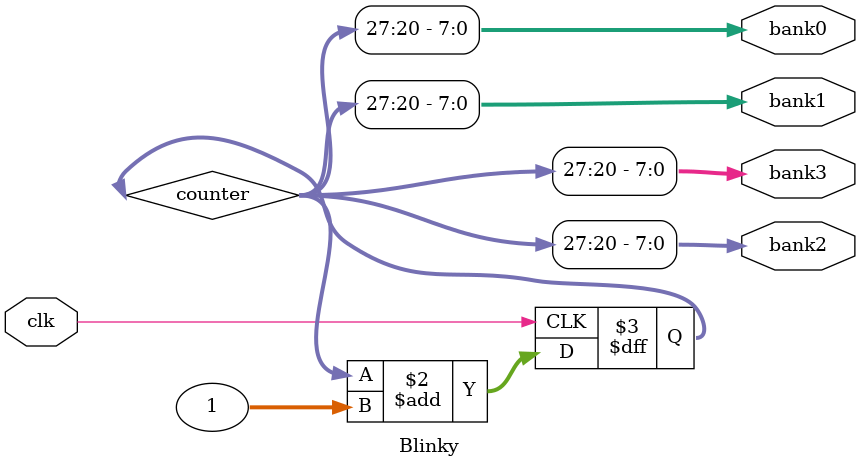
<source format=v>
module Blinky(
	input wire clk,
   output wire[7:0] bank0,
   output wire[7:0] bank1,
   output wire[7:0] bank2,
   output wire[7:0] bank3
);

reg [31:0] counter;

assign bank0[0] = counter[20];
assign bank0[1] = counter[21];
assign bank0[2] = counter[22];
assign bank0[3] = counter[23];
assign bank0[4] = counter[24];
assign bank0[5] = counter[25];
assign bank0[6] = counter[26];
assign bank0[7] = counter[27];

assign bank1 = bank0;
assign bank2 = bank1;
assign bank3 = bank2;

always @(posedge clk) begin
        counter <= counter + 1;
end

endmodule
</source>
